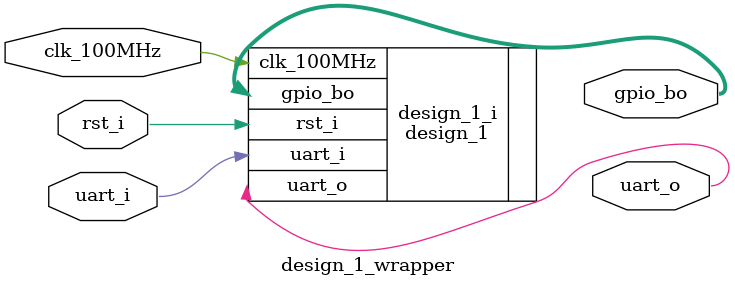
<source format=v>
`timescale 1 ps / 1 ps

module design_1_wrapper
   (clk_100MHz,
    gpio_bo,
    rst_i,
    uart_i,
    uart_o);
  input clk_100MHz;
  output [15:0]gpio_bo;
  input rst_i;
  input uart_i;
  output uart_o;

  wire clk_100MHz;
  wire [15:0]gpio_bo;
  wire rst_i;
  wire uart_i;
  wire uart_o;

  design_1 design_1_i
       (.clk_100MHz(clk_100MHz),
        .gpio_bo(gpio_bo),
        .rst_i(rst_i),
        .uart_i(uart_i),
        .uart_o(uart_o));
endmodule

</source>
